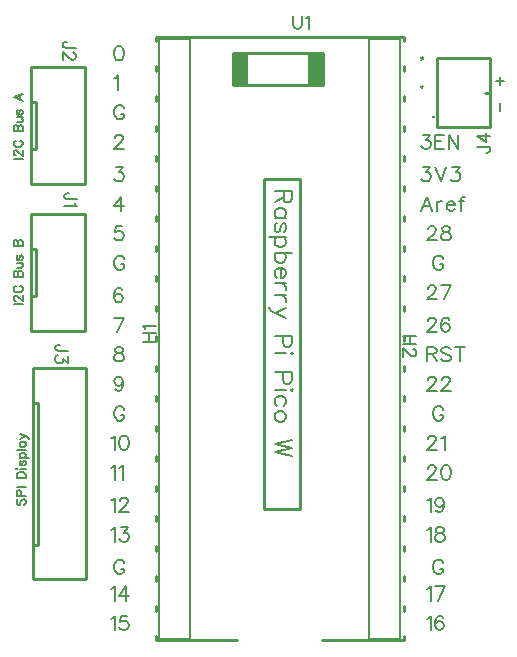
<source format=gto>
G04 Layer: TopSilkscreenLayer*
G04 EasyEDA v6.5.22, 2023-01-22 13:06:19*
G04 0c68e4b3833447f1a742fbae9dbd46bb,e6ab44e7981244f9a09eab8f9c412657,10*
G04 Gerber Generator version 0.2*
G04 Scale: 100 percent, Rotated: No, Reflected: No *
G04 Dimensions in millimeters *
G04 leading zeros omitted , absolute positions ,4 integer and 5 decimal *
%FSLAX45Y45*%
%MOMM*%

%ADD10C,0.2032*%
%ADD11C,0.1524*%
%ADD12C,0.2540*%

%LPD*%
D10*
X871728Y7912100D02*
G01*
X948181Y7912100D01*
X890015Y7939786D02*
G01*
X886205Y7939786D01*
X879094Y7943342D01*
X875284Y7946897D01*
X871728Y7954263D01*
X871728Y7968742D01*
X875284Y7976108D01*
X879094Y7979663D01*
X886205Y7983473D01*
X893571Y7983473D01*
X900937Y7979663D01*
X911860Y7972552D01*
X948181Y7935976D01*
X948181Y7987029D01*
X890015Y8065515D02*
G01*
X882650Y8061960D01*
X875284Y8054594D01*
X871728Y8047481D01*
X871728Y8032750D01*
X875284Y8025637D01*
X882650Y8018271D01*
X890015Y8014715D01*
X900937Y8010905D01*
X918971Y8010905D01*
X929894Y8014715D01*
X937260Y8018271D01*
X944626Y8025637D01*
X948181Y8032750D01*
X948181Y8047481D01*
X944626Y8054594D01*
X937260Y8061960D01*
X929894Y8065515D01*
X871728Y8145526D02*
G01*
X948181Y8145526D01*
X871728Y8145526D02*
G01*
X871728Y8178292D01*
X875284Y8189213D01*
X879094Y8192770D01*
X886205Y8196579D01*
X893571Y8196579D01*
X900937Y8192770D01*
X904494Y8189213D01*
X908050Y8178292D01*
X908050Y8145526D02*
G01*
X908050Y8178292D01*
X911860Y8189213D01*
X915415Y8192770D01*
X922781Y8196579D01*
X933704Y8196579D01*
X940815Y8192770D01*
X944626Y8189213D01*
X948181Y8178292D01*
X948181Y8145526D01*
X897128Y8220455D02*
G01*
X933704Y8220455D01*
X944626Y8224012D01*
X948181Y8231378D01*
X948181Y8242300D01*
X944626Y8249665D01*
X933704Y8260587D01*
X897128Y8260587D02*
G01*
X948181Y8260587D01*
X908050Y8324342D02*
G01*
X900937Y8320786D01*
X897128Y8309863D01*
X897128Y8298942D01*
X900937Y8288020D01*
X908050Y8284463D01*
X915415Y8288020D01*
X918971Y8295386D01*
X922781Y8313673D01*
X926337Y8320786D01*
X933704Y8324342D01*
X937260Y8324342D01*
X944626Y8320786D01*
X948181Y8309863D01*
X948181Y8298942D01*
X944626Y8288020D01*
X937260Y8284463D01*
X871728Y8433562D02*
G01*
X948181Y8404352D01*
X871728Y8433562D02*
G01*
X948181Y8462518D01*
X922781Y8415274D02*
G01*
X922781Y8451850D01*
X871728Y6680200D02*
G01*
X948181Y6680200D01*
X890015Y6707886D02*
G01*
X886205Y6707886D01*
X879094Y6711442D01*
X875284Y6714997D01*
X871728Y6722363D01*
X871728Y6736842D01*
X875284Y6744208D01*
X879094Y6747763D01*
X886205Y6751573D01*
X893571Y6751573D01*
X900937Y6747763D01*
X911860Y6740652D01*
X948181Y6704076D01*
X948181Y6755129D01*
X890015Y6833615D02*
G01*
X882650Y6830060D01*
X875284Y6822694D01*
X871728Y6815581D01*
X871728Y6800850D01*
X875284Y6793737D01*
X882650Y6786371D01*
X890015Y6782815D01*
X900937Y6779005D01*
X918971Y6779005D01*
X929894Y6782815D01*
X937260Y6786371D01*
X944626Y6793737D01*
X948181Y6800850D01*
X948181Y6815581D01*
X944626Y6822694D01*
X937260Y6830060D01*
X929894Y6833615D01*
X871728Y6913626D02*
G01*
X948181Y6913626D01*
X871728Y6913626D02*
G01*
X871728Y6946392D01*
X875284Y6957313D01*
X879094Y6960870D01*
X886205Y6964679D01*
X893571Y6964679D01*
X900937Y6960870D01*
X904494Y6957313D01*
X908050Y6946392D01*
X908050Y6913626D02*
G01*
X908050Y6946392D01*
X911860Y6957313D01*
X915415Y6960870D01*
X922781Y6964679D01*
X933704Y6964679D01*
X940815Y6960870D01*
X944626Y6957313D01*
X948181Y6946392D01*
X948181Y6913626D01*
X897128Y6988555D02*
G01*
X933704Y6988555D01*
X944626Y6992112D01*
X948181Y6999478D01*
X948181Y7010400D01*
X944626Y7017765D01*
X933704Y7028687D01*
X897128Y7028687D02*
G01*
X948181Y7028687D01*
X908050Y7092442D02*
G01*
X900937Y7088886D01*
X897128Y7077963D01*
X897128Y7067042D01*
X900937Y7056120D01*
X908050Y7052563D01*
X915415Y7056120D01*
X918971Y7063486D01*
X922781Y7081773D01*
X926337Y7088886D01*
X933704Y7092442D01*
X937260Y7092442D01*
X944626Y7088886D01*
X948181Y7077963D01*
X948181Y7067042D01*
X944626Y7056120D01*
X937260Y7052563D01*
X871728Y7172452D02*
G01*
X948181Y7172452D01*
X871728Y7172452D02*
G01*
X871728Y7205218D01*
X875284Y7216139D01*
X879094Y7219950D01*
X886205Y7223505D01*
X893571Y7223505D01*
X900937Y7219950D01*
X904494Y7216139D01*
X908050Y7205218D01*
X908050Y7172452D02*
G01*
X908050Y7205218D01*
X911860Y7216139D01*
X915415Y7219950D01*
X922781Y7223505D01*
X933704Y7223505D01*
X940815Y7219950D01*
X944626Y7216139D01*
X948181Y7205218D01*
X948181Y7172452D01*
X908050Y5029200D02*
G01*
X900684Y5022087D01*
X897128Y5011165D01*
X897128Y4996687D01*
X900684Y4985765D01*
X908050Y4978400D01*
X915415Y4978400D01*
X922528Y4981955D01*
X926337Y4985765D01*
X929894Y4992878D01*
X937260Y5014721D01*
X940815Y5022087D01*
X944371Y5025644D01*
X951737Y5029200D01*
X962660Y5029200D01*
X970026Y5022087D01*
X973581Y5011165D01*
X973581Y4996687D01*
X970026Y4985765D01*
X962660Y4978400D01*
X897128Y5053329D02*
G01*
X973581Y5053329D01*
X897128Y5053329D02*
G01*
X897128Y5086095D01*
X900684Y5097018D01*
X904494Y5100573D01*
X911605Y5104129D01*
X922528Y5104129D01*
X929894Y5100573D01*
X933450Y5097018D01*
X937260Y5086095D01*
X937260Y5053329D01*
X897128Y5128260D02*
G01*
X973581Y5128260D01*
X897128Y5208270D02*
G01*
X973581Y5208270D01*
X897128Y5208270D02*
G01*
X897128Y5233670D01*
X900684Y5244592D01*
X908050Y5251957D01*
X915415Y5255513D01*
X926337Y5259070D01*
X944371Y5259070D01*
X955294Y5255513D01*
X962660Y5251957D01*
X970026Y5244592D01*
X973581Y5233670D01*
X973581Y5208270D01*
X897128Y5283200D02*
G01*
X900684Y5286755D01*
X897128Y5290312D01*
X893571Y5286755D01*
X897128Y5283200D01*
X922528Y5286755D02*
G01*
X973581Y5286755D01*
X933450Y5354320D02*
G01*
X926337Y5350763D01*
X922528Y5339842D01*
X922528Y5328920D01*
X926337Y5317997D01*
X933450Y5314442D01*
X940815Y5317997D01*
X944371Y5325363D01*
X948181Y5343397D01*
X951737Y5350763D01*
X959104Y5354320D01*
X962660Y5354320D01*
X970026Y5350763D01*
X973581Y5339842D01*
X973581Y5328920D01*
X970026Y5317997D01*
X962660Y5314442D01*
X922528Y5378450D02*
G01*
X998981Y5378450D01*
X933450Y5378450D02*
G01*
X926337Y5385562D01*
X922528Y5392928D01*
X922528Y5403850D01*
X926337Y5411215D01*
X933450Y5418328D01*
X944371Y5422137D01*
X951737Y5422137D01*
X962660Y5418328D01*
X970026Y5411215D01*
X973581Y5403850D01*
X973581Y5392928D01*
X970026Y5385562D01*
X962660Y5378450D01*
X897128Y5446013D02*
G01*
X973581Y5446013D01*
X922528Y5513578D02*
G01*
X973581Y5513578D01*
X933450Y5513578D02*
G01*
X926337Y5506465D01*
X922528Y5499100D01*
X922528Y5488178D01*
X926337Y5481065D01*
X933450Y5473700D01*
X944371Y5470144D01*
X951737Y5470144D01*
X962660Y5473700D01*
X970026Y5481065D01*
X973581Y5488178D01*
X973581Y5499100D01*
X970026Y5506465D01*
X962660Y5513578D01*
X922528Y5541263D02*
G01*
X973581Y5563107D01*
X922528Y5584952D02*
G01*
X973581Y5563107D01*
X988060Y5555742D01*
X995426Y5548629D01*
X998981Y5541263D01*
X998981Y5537707D01*
X4959350Y8567165D02*
G01*
X5024881Y8567165D01*
X4992115Y8534400D02*
G01*
X4992115Y8599931D01*
X4992115Y8318500D02*
G01*
X4992115Y8384031D01*
D11*
X4799584Y8014970D02*
G01*
X4882641Y8014970D01*
X4898390Y8009636D01*
X4903470Y8004555D01*
X4908550Y7994142D01*
X4908550Y7983728D01*
X4903470Y7973313D01*
X4898390Y7967979D01*
X4882641Y7962900D01*
X4872227Y7962900D01*
X4799584Y8101076D02*
G01*
X4872227Y8049260D01*
X4872227Y8126984D01*
X4799584Y8101076D02*
G01*
X4908550Y8101076D01*
X1967484Y6362700D02*
G01*
X2076450Y6362700D01*
X1967484Y6435344D02*
G01*
X2076450Y6435344D01*
X2019300Y6362700D02*
G01*
X2019300Y6435344D01*
X1988311Y6469634D02*
G01*
X1982977Y6480047D01*
X1967484Y6495795D01*
X2076450Y6495795D01*
X4280915Y6413500D02*
G01*
X4171950Y6413500D01*
X4280915Y6340855D02*
G01*
X4171950Y6340855D01*
X4229100Y6413500D02*
G01*
X4229100Y6340855D01*
X4255008Y6301231D02*
G01*
X4260088Y6301231D01*
X4270502Y6296152D01*
X4275836Y6290818D01*
X4280915Y6280404D01*
X4280915Y6259829D01*
X4275836Y6249415D01*
X4270502Y6244081D01*
X4260088Y6239002D01*
X4249674Y6239002D01*
X4239259Y6244081D01*
X4223765Y6254495D01*
X4171950Y6306565D01*
X4171950Y6233668D01*
X1410715Y7567929D02*
G01*
X1327657Y7567929D01*
X1311910Y7573263D01*
X1306829Y7578344D01*
X1301750Y7588758D01*
X1301750Y7599171D01*
X1306829Y7609586D01*
X1311910Y7614920D01*
X1327657Y7620000D01*
X1338071Y7620000D01*
X1389887Y7533639D02*
G01*
X1395221Y7523479D01*
X1410715Y7507731D01*
X1301750Y7507731D01*
X1398015Y8850629D02*
G01*
X1314957Y8850629D01*
X1299210Y8855963D01*
X1294129Y8861044D01*
X1289050Y8871458D01*
X1289050Y8881871D01*
X1294129Y8892286D01*
X1299210Y8897620D01*
X1314957Y8902700D01*
X1325371Y8902700D01*
X1372107Y8811260D02*
G01*
X1377187Y8811260D01*
X1387602Y8806179D01*
X1392936Y8800845D01*
X1398015Y8790431D01*
X1398015Y8769604D01*
X1392936Y8759189D01*
X1387602Y8754110D01*
X1377187Y8749029D01*
X1366773Y8749029D01*
X1356360Y8754110D01*
X1340865Y8764524D01*
X1289050Y8816339D01*
X1289050Y8743695D01*
X1334515Y6285229D02*
G01*
X1251457Y6285229D01*
X1235710Y6290563D01*
X1230629Y6295644D01*
X1225550Y6306057D01*
X1225550Y6316471D01*
X1230629Y6326886D01*
X1235710Y6332220D01*
X1251457Y6337300D01*
X1261871Y6337300D01*
X1334515Y6240779D02*
G01*
X1334515Y6183629D01*
X1292860Y6214618D01*
X1292860Y6199123D01*
X1287779Y6188710D01*
X1282700Y6183629D01*
X1266952Y6178295D01*
X1256537Y6178295D01*
X1241044Y6183629D01*
X1230629Y6193789D01*
X1225550Y6209537D01*
X1225550Y6225031D01*
X1230629Y6240779D01*
X1235710Y6245860D01*
X1246123Y6250939D01*
X3238500Y9119615D02*
G01*
X3238500Y9041637D01*
X3243579Y9026144D01*
X3253993Y9015729D01*
X3269741Y9010650D01*
X3280156Y9010650D01*
X3295650Y9015729D01*
X3306063Y9026144D01*
X3311143Y9041637D01*
X3311143Y9119615D01*
X3345434Y9098787D02*
G01*
X3355847Y9104121D01*
X3371595Y9119615D01*
X3371595Y9010650D01*
X1810677Y8337384D02*
G01*
X1805089Y8348814D01*
X1793405Y8360498D01*
X1781975Y8366340D01*
X1758861Y8366340D01*
X1747177Y8360498D01*
X1735747Y8348814D01*
X1729905Y8337384D01*
X1724317Y8320112D01*
X1724317Y8291156D01*
X1729905Y8273884D01*
X1735747Y8262454D01*
X1747177Y8250770D01*
X1758861Y8244928D01*
X1781975Y8244928D01*
X1793405Y8250770D01*
X1805089Y8262454D01*
X1810677Y8273884D01*
X1810677Y8291156D01*
X1781975Y8291156D02*
G01*
X1810677Y8291156D01*
X1810677Y7062383D02*
G01*
X1805089Y7073813D01*
X1793405Y7085497D01*
X1781975Y7091339D01*
X1758861Y7091339D01*
X1747177Y7085497D01*
X1735747Y7073813D01*
X1729905Y7062383D01*
X1724317Y7045111D01*
X1724317Y7016155D01*
X1729905Y6998883D01*
X1735747Y6987453D01*
X1747177Y6975769D01*
X1758861Y6969927D01*
X1781975Y6969927D01*
X1793405Y6975769D01*
X1805089Y6987453D01*
X1810677Y6998883D01*
X1810677Y7016155D01*
X1781975Y7016155D02*
G01*
X1810677Y7016155D01*
X4430013Y8273795D02*
G01*
X4424172Y8268208D01*
X4430013Y8262365D01*
X4435856Y8268208D01*
X4430013Y8273795D01*
X4510676Y7062383D02*
G01*
X4505088Y7073813D01*
X4493404Y7085497D01*
X4481974Y7091339D01*
X4458860Y7091339D01*
X4447176Y7085497D01*
X4435746Y7073813D01*
X4429904Y7062383D01*
X4424316Y7045111D01*
X4424316Y7016155D01*
X4429904Y6998883D01*
X4435746Y6987453D01*
X4447176Y6975769D01*
X4458860Y6969927D01*
X4481974Y6969927D01*
X4493404Y6975769D01*
X4505088Y6987453D01*
X4510676Y6998883D01*
X4510676Y7016155D01*
X4481974Y7016155D02*
G01*
X4510676Y7016155D01*
X1810677Y4487382D02*
G01*
X1805089Y4498812D01*
X1793405Y4510496D01*
X1781975Y4516338D01*
X1758861Y4516338D01*
X1747177Y4510496D01*
X1735747Y4498812D01*
X1729905Y4487382D01*
X1724317Y4470110D01*
X1724317Y4441154D01*
X1729905Y4423882D01*
X1735747Y4412452D01*
X1747177Y4400768D01*
X1758861Y4394926D01*
X1781975Y4394926D01*
X1793405Y4400768D01*
X1805089Y4412452D01*
X1810677Y4423882D01*
X1810677Y4441154D01*
X1781975Y4441154D02*
G01*
X1810677Y4441154D01*
X4510676Y4487382D02*
G01*
X4505088Y4498812D01*
X4493404Y4510496D01*
X4481974Y4516338D01*
X4458860Y4516338D01*
X4447176Y4510496D01*
X4435746Y4498812D01*
X4429904Y4487382D01*
X4424316Y4470110D01*
X4424316Y4441154D01*
X4429904Y4423882D01*
X4435746Y4412452D01*
X4447176Y4400768D01*
X4458860Y4394926D01*
X4481974Y4394926D01*
X4493404Y4400768D01*
X4505088Y4412452D01*
X4510676Y4423882D01*
X4510676Y4441154D01*
X4481974Y4441154D02*
G01*
X4510676Y4441154D01*
X4510676Y5787382D02*
G01*
X4505088Y5798812D01*
X4493404Y5810496D01*
X4481974Y5816338D01*
X4458860Y5816338D01*
X4447176Y5810496D01*
X4435746Y5798812D01*
X4429904Y5787382D01*
X4424316Y5770110D01*
X4424316Y5741154D01*
X4429904Y5723882D01*
X4435746Y5712452D01*
X4447176Y5700768D01*
X4458860Y5694926D01*
X4481974Y5694926D01*
X4493404Y5700768D01*
X4505088Y5712452D01*
X4510676Y5723882D01*
X4510676Y5741154D01*
X4481974Y5741154D02*
G01*
X4510676Y5741154D01*
X1810677Y5787382D02*
G01*
X1805089Y5798812D01*
X1793405Y5810496D01*
X1781975Y5816338D01*
X1758861Y5816338D01*
X1747177Y5810496D01*
X1735747Y5798812D01*
X1729905Y5787382D01*
X1724317Y5770110D01*
X1724317Y5741154D01*
X1729905Y5723882D01*
X1735747Y5712452D01*
X1747177Y5700768D01*
X1758861Y5694926D01*
X1781975Y5694926D01*
X1793405Y5700768D01*
X1805089Y5712452D01*
X1810677Y5723882D01*
X1810677Y5741154D01*
X1781975Y5741154D02*
G01*
X1810677Y5741154D01*
X1758721Y8866276D02*
G01*
X1741449Y8860434D01*
X1730019Y8843162D01*
X1724177Y8814206D01*
X1724177Y8796934D01*
X1730019Y8768232D01*
X1741449Y8750706D01*
X1758721Y8745118D01*
X1770405Y8745118D01*
X1787677Y8750706D01*
X1799361Y8768232D01*
X1804949Y8796934D01*
X1804949Y8814206D01*
X1799361Y8843162D01*
X1787677Y8860434D01*
X1770405Y8866276D01*
X1758721Y8866276D01*
X1724177Y8593162D02*
G01*
X1735861Y8599004D01*
X1753133Y8616276D01*
X1753133Y8495118D01*
X1730019Y8087382D02*
G01*
X1730019Y8093224D01*
X1735861Y8104654D01*
X1741449Y8110496D01*
X1753133Y8116338D01*
X1776247Y8116338D01*
X1787677Y8110496D01*
X1793519Y8104654D01*
X1799361Y8093224D01*
X1799361Y8081540D01*
X1793519Y8070110D01*
X1781835Y8052838D01*
X1724177Y7994926D01*
X1804949Y7994926D01*
X1735861Y7841216D02*
G01*
X1799361Y7841216D01*
X1764563Y7794988D01*
X1781835Y7794988D01*
X1793519Y7789400D01*
X1799361Y7783558D01*
X1804949Y7766286D01*
X1804949Y7754602D01*
X1799361Y7737330D01*
X1787677Y7725900D01*
X1770405Y7720058D01*
X1753133Y7720058D01*
X1735861Y7725900D01*
X1730019Y7731488D01*
X1724177Y7743172D01*
X1781835Y7591130D02*
G01*
X1724177Y7510358D01*
X1810791Y7510358D01*
X1781835Y7591130D02*
G01*
X1781835Y7469972D01*
X1793519Y7341201D02*
G01*
X1735861Y7341201D01*
X1730019Y7289385D01*
X1735861Y7294973D01*
X1753133Y7300815D01*
X1770405Y7300815D01*
X1787677Y7294973D01*
X1799361Y7283543D01*
X1804949Y7266271D01*
X1804949Y7254587D01*
X1799361Y7237315D01*
X1787677Y7225885D01*
X1770405Y7220043D01*
X1753133Y7220043D01*
X1735861Y7225885D01*
X1730019Y7231473D01*
X1724177Y7243157D01*
X1793519Y6798988D02*
G01*
X1787677Y6810418D01*
X1770405Y6816260D01*
X1758721Y6816260D01*
X1741449Y6810418D01*
X1730019Y6793146D01*
X1724177Y6764190D01*
X1724177Y6735488D01*
X1730019Y6712374D01*
X1741449Y6700690D01*
X1758721Y6695102D01*
X1764563Y6695102D01*
X1781835Y6700690D01*
X1793519Y6712374D01*
X1799361Y6729646D01*
X1799361Y6735488D01*
X1793519Y6752760D01*
X1781835Y6764190D01*
X1764563Y6770032D01*
X1758721Y6770032D01*
X1741449Y6764190D01*
X1730019Y6752760D01*
X1724177Y6735488D01*
X1804949Y6566324D02*
G01*
X1747291Y6444912D01*
X1724177Y6566324D02*
G01*
X1804949Y6566324D01*
X1753085Y6316192D02*
G01*
X1735813Y6310350D01*
X1729971Y6298920D01*
X1729971Y6287490D01*
X1735813Y6275806D01*
X1747243Y6269964D01*
X1770357Y6264376D01*
X1787629Y6258534D01*
X1799313Y6246850D01*
X1804901Y6235420D01*
X1804901Y6218148D01*
X1799313Y6206464D01*
X1793471Y6200876D01*
X1776199Y6195034D01*
X1753085Y6195034D01*
X1735813Y6200876D01*
X1729971Y6206464D01*
X1724129Y6218148D01*
X1724129Y6235420D01*
X1729971Y6246850D01*
X1741401Y6258534D01*
X1758927Y6264376D01*
X1782041Y6269964D01*
X1793471Y6275806D01*
X1799313Y6287490D01*
X1799313Y6298920D01*
X1793471Y6310350D01*
X1776199Y6316192D01*
X1753085Y6316192D01*
X1799361Y6025730D02*
G01*
X1793519Y6008458D01*
X1781835Y5997028D01*
X1764563Y5991186D01*
X1758721Y5991186D01*
X1741449Y5997028D01*
X1730019Y6008458D01*
X1724177Y6025730D01*
X1724177Y6031572D01*
X1730019Y6048844D01*
X1741449Y6060528D01*
X1758721Y6066370D01*
X1764563Y6066370D01*
X1781835Y6060528D01*
X1793519Y6048844D01*
X1799361Y6025730D01*
X1799361Y5997028D01*
X1793519Y5968072D01*
X1781835Y5950800D01*
X1764563Y5944958D01*
X1753133Y5944958D01*
X1735861Y5950800D01*
X1730019Y5962230D01*
X1699176Y5543064D02*
G01*
X1710860Y5548906D01*
X1728132Y5566178D01*
X1728132Y5445020D01*
X1800776Y5566178D02*
G01*
X1783504Y5560590D01*
X1771820Y5543064D01*
X1766232Y5514362D01*
X1766232Y5497090D01*
X1771820Y5468134D01*
X1783504Y5450862D01*
X1800776Y5445020D01*
X1812460Y5445020D01*
X1829732Y5450862D01*
X1841162Y5468134D01*
X1847004Y5497090D01*
X1847004Y5514362D01*
X1841162Y5543064D01*
X1829732Y5560590D01*
X1812460Y5566178D01*
X1800776Y5566178D01*
X1699285Y5293194D02*
G01*
X1710715Y5299036D01*
X1727987Y5316308D01*
X1727987Y5194896D01*
X1766087Y5293194D02*
G01*
X1777771Y5299036D01*
X1795043Y5316308D01*
X1795043Y5194896D01*
X1699285Y5018257D02*
G01*
X1710715Y5023845D01*
X1727987Y5041371D01*
X1727987Y4919959D01*
X1771929Y5012415D02*
G01*
X1771929Y5018257D01*
X1777771Y5029687D01*
X1783359Y5035529D01*
X1795043Y5041371D01*
X1818157Y5041371D01*
X1829587Y5035529D01*
X1835429Y5029687D01*
X1841271Y5018257D01*
X1841271Y5006573D01*
X1835429Y4995143D01*
X1823999Y4977871D01*
X1766087Y4919959D01*
X1846859Y4919959D01*
X1699285Y4768176D02*
G01*
X1710715Y4774018D01*
X1727987Y4791290D01*
X1727987Y4670132D01*
X1777771Y4791290D02*
G01*
X1841271Y4791290D01*
X1806473Y4745062D01*
X1823999Y4745062D01*
X1835429Y4739220D01*
X1841271Y4733632D01*
X1846859Y4716106D01*
X1846859Y4704676D01*
X1841271Y4687404D01*
X1829587Y4675720D01*
X1812315Y4670132D01*
X1795043Y4670132D01*
X1777771Y4675720D01*
X1771929Y4681562D01*
X1766087Y4692992D01*
X1699285Y4268241D02*
G01*
X1710715Y4273829D01*
X1727987Y4291355D01*
X1727987Y4169943D01*
X1823999Y4291355D02*
G01*
X1766087Y4210329D01*
X1852701Y4210329D01*
X1823999Y4291355D02*
G01*
X1823999Y4169943D01*
X1699285Y4018114D02*
G01*
X1710715Y4023956D01*
X1727987Y4041228D01*
X1727987Y3920070D01*
X1835429Y4041228D02*
G01*
X1777771Y4041228D01*
X1771929Y3989412D01*
X1777771Y3995000D01*
X1795043Y4000842D01*
X1812315Y4000842D01*
X1829587Y3995000D01*
X1841271Y3983570D01*
X1846859Y3966298D01*
X1846859Y3954614D01*
X1841271Y3937342D01*
X1829587Y3925912D01*
X1812315Y3920070D01*
X1795043Y3920070D01*
X1777771Y3925912D01*
X1771929Y3931500D01*
X1766087Y3943184D01*
X4374286Y4018178D02*
G01*
X4385716Y4024020D01*
X4402988Y4041292D01*
X4402988Y3920134D01*
X4510430Y4024020D02*
G01*
X4504588Y4035450D01*
X4487316Y4041292D01*
X4475886Y4041292D01*
X4458360Y4035450D01*
X4446930Y4018178D01*
X4441088Y3989222D01*
X4441088Y3960520D01*
X4446930Y3937406D01*
X4458360Y3925722D01*
X4475886Y3920134D01*
X4481474Y3920134D01*
X4499000Y3925722D01*
X4510430Y3937406D01*
X4516272Y3954678D01*
X4516272Y3960520D01*
X4510430Y3977792D01*
X4499000Y3989222D01*
X4481474Y3995064D01*
X4475886Y3995064D01*
X4458360Y3989222D01*
X4446930Y3977792D01*
X4441088Y3960520D01*
X4374159Y4268177D02*
G01*
X4385843Y4274019D01*
X4403115Y4291291D01*
X4403115Y4170133D01*
X4521987Y4291291D02*
G01*
X4464329Y4170133D01*
X4441215Y4291291D02*
G01*
X4521987Y4291291D01*
X4374159Y4768113D02*
G01*
X4385843Y4773955D01*
X4403115Y4791227D01*
X4403115Y4670069D01*
X4469917Y4791227D02*
G01*
X4452645Y4785385D01*
X4446803Y4773955D01*
X4446803Y4762271D01*
X4452645Y4750841D01*
X4464329Y4744999D01*
X4487443Y4739411D01*
X4504715Y4733569D01*
X4516145Y4721885D01*
X4521987Y4710455D01*
X4521987Y4693183D01*
X4516145Y4681499D01*
X4510303Y4675911D01*
X4493031Y4670069D01*
X4469917Y4670069D01*
X4452645Y4675911D01*
X4446803Y4681499D01*
X4441215Y4693183D01*
X4441215Y4710455D01*
X4446803Y4721885D01*
X4458487Y4733569D01*
X4475759Y4739411D01*
X4498873Y4744999D01*
X4510303Y4750841D01*
X4516145Y4762271D01*
X4516145Y4773955D01*
X4510303Y4785385D01*
X4493031Y4791227D01*
X4469917Y4791227D01*
X4374159Y5018239D02*
G01*
X4385843Y5023827D01*
X4403115Y5041353D01*
X4403115Y4919941D01*
X4516145Y5000713D02*
G01*
X4510303Y4983441D01*
X4498873Y4972011D01*
X4481601Y4966169D01*
X4475759Y4966169D01*
X4458487Y4972011D01*
X4446803Y4983441D01*
X4441215Y5000713D01*
X4441215Y5006555D01*
X4446803Y5023827D01*
X4458487Y5035511D01*
X4475759Y5041353D01*
X4481601Y5041353D01*
X4498873Y5035511D01*
X4510303Y5023827D01*
X4516145Y5000713D01*
X4516145Y4972011D01*
X4510303Y4943055D01*
X4498873Y4925783D01*
X4481601Y4919941D01*
X4469917Y4919941D01*
X4452645Y4925783D01*
X4446803Y4937213D01*
X4380001Y5287335D02*
G01*
X4380001Y5293177D01*
X4385843Y5304607D01*
X4391431Y5310449D01*
X4403115Y5316291D01*
X4426229Y5316291D01*
X4437659Y5310449D01*
X4443501Y5304607D01*
X4449343Y5293177D01*
X4449343Y5281493D01*
X4443501Y5270063D01*
X4431817Y5252791D01*
X4374159Y5195133D01*
X4454931Y5195133D01*
X4527829Y5316291D02*
G01*
X4510303Y5310449D01*
X4498873Y5293177D01*
X4493031Y5264221D01*
X4493031Y5246949D01*
X4498873Y5217993D01*
X4510303Y5200721D01*
X4527829Y5195133D01*
X4539259Y5195133D01*
X4556531Y5200721D01*
X4568215Y5217993D01*
X4573803Y5246949D01*
X4573803Y5264221D01*
X4568215Y5293177D01*
X4556531Y5310449D01*
X4539259Y5316291D01*
X4527829Y5316291D01*
X4380001Y5537415D02*
G01*
X4380001Y5543257D01*
X4385843Y5554687D01*
X4391431Y5560529D01*
X4403115Y5566371D01*
X4426229Y5566371D01*
X4437659Y5560529D01*
X4443501Y5554687D01*
X4449343Y5543257D01*
X4449343Y5531573D01*
X4443501Y5520143D01*
X4431817Y5502871D01*
X4374159Y5444959D01*
X4454931Y5444959D01*
X4493031Y5543257D02*
G01*
X4504715Y5548845D01*
X4521987Y5566371D01*
X4521987Y5444959D01*
X4380001Y6037353D02*
G01*
X4380001Y6043195D01*
X4385843Y6054625D01*
X4391431Y6060467D01*
X4403115Y6066309D01*
X4426229Y6066309D01*
X4437659Y6060467D01*
X4443501Y6054625D01*
X4449343Y6043195D01*
X4449343Y6031511D01*
X4443501Y6020081D01*
X4431817Y6002809D01*
X4374159Y5944897D01*
X4454931Y5944897D01*
X4498873Y6037353D02*
G01*
X4498873Y6043195D01*
X4504715Y6054625D01*
X4510303Y6060467D01*
X4521987Y6066309D01*
X4545101Y6066309D01*
X4556531Y6060467D01*
X4562373Y6054625D01*
X4568215Y6043195D01*
X4568215Y6031511D01*
X4562373Y6020081D01*
X4550943Y6002809D01*
X4493031Y5944897D01*
X4573803Y5944897D01*
X4374159Y6316370D02*
G01*
X4374159Y6194958D01*
X4374159Y6316370D02*
G01*
X4426229Y6316370D01*
X4443501Y6310528D01*
X4449343Y6304686D01*
X4454931Y6293256D01*
X4454931Y6281572D01*
X4449343Y6270142D01*
X4443501Y6264300D01*
X4426229Y6258458D01*
X4374159Y6258458D01*
X4414545Y6258458D02*
G01*
X4454931Y6194958D01*
X4573803Y6298844D02*
G01*
X4562373Y6310528D01*
X4545101Y6316370D01*
X4521987Y6316370D01*
X4504715Y6310528D01*
X4493031Y6298844D01*
X4493031Y6287414D01*
X4498873Y6275730D01*
X4504715Y6270142D01*
X4516145Y6264300D01*
X4550943Y6252870D01*
X4562373Y6247028D01*
X4568215Y6241186D01*
X4573803Y6229756D01*
X4573803Y6212230D01*
X4562373Y6200800D01*
X4545101Y6194958D01*
X4521987Y6194958D01*
X4504715Y6200800D01*
X4493031Y6212230D01*
X4652543Y6316370D02*
G01*
X4652543Y6194958D01*
X4611903Y6316370D02*
G01*
X4692929Y6316370D01*
X4380001Y6537413D02*
G01*
X4380001Y6543255D01*
X4385843Y6554685D01*
X4391431Y6560527D01*
X4403115Y6566369D01*
X4426229Y6566369D01*
X4437659Y6560527D01*
X4443501Y6554685D01*
X4449343Y6543255D01*
X4449343Y6531571D01*
X4443501Y6520141D01*
X4431817Y6502869D01*
X4374159Y6444957D01*
X4454931Y6444957D01*
X4562373Y6548843D02*
G01*
X4556531Y6560527D01*
X4539259Y6566369D01*
X4527829Y6566369D01*
X4510303Y6560527D01*
X4498873Y6543255D01*
X4493031Y6514299D01*
X4493031Y6485343D01*
X4498873Y6462229D01*
X4510303Y6450799D01*
X4527829Y6444957D01*
X4533417Y6444957D01*
X4550943Y6450799D01*
X4562373Y6462229D01*
X4568215Y6479755D01*
X4568215Y6485343D01*
X4562373Y6502869D01*
X4550943Y6514299D01*
X4533417Y6520141D01*
X4527829Y6520141D01*
X4510303Y6514299D01*
X4498873Y6502869D01*
X4493031Y6485343D01*
X4380001Y6812351D02*
G01*
X4380001Y6818193D01*
X4385843Y6829623D01*
X4391431Y6835465D01*
X4403115Y6841307D01*
X4426229Y6841307D01*
X4437659Y6835465D01*
X4443501Y6829623D01*
X4449343Y6818193D01*
X4449343Y6806509D01*
X4443501Y6795079D01*
X4431817Y6777807D01*
X4374159Y6719895D01*
X4454931Y6719895D01*
X4573803Y6841307D02*
G01*
X4516145Y6719895D01*
X4493031Y6841307D02*
G01*
X4573803Y6841307D01*
X4380001Y7312367D02*
G01*
X4380001Y7318209D01*
X4385843Y7329639D01*
X4391431Y7335481D01*
X4403115Y7341323D01*
X4426229Y7341323D01*
X4437659Y7335481D01*
X4443501Y7329639D01*
X4449343Y7318209D01*
X4449343Y7306525D01*
X4443501Y7295095D01*
X4431817Y7277823D01*
X4374159Y7219911D01*
X4454931Y7219911D01*
X4521987Y7341323D02*
G01*
X4504715Y7335481D01*
X4498873Y7324051D01*
X4498873Y7312367D01*
X4504715Y7300937D01*
X4516145Y7295095D01*
X4539259Y7289253D01*
X4556531Y7283411D01*
X4568215Y7271981D01*
X4573803Y7260551D01*
X4573803Y7243025D01*
X4568215Y7231595D01*
X4562373Y7225753D01*
X4545101Y7219911D01*
X4521987Y7219911D01*
X4504715Y7225753D01*
X4498873Y7231595D01*
X4493031Y7243025D01*
X4493031Y7260551D01*
X4498873Y7271981D01*
X4510303Y7283411D01*
X4527829Y7289253D01*
X4550943Y7295095D01*
X4562373Y7300937D01*
X4568215Y7312367D01*
X4568215Y7324051D01*
X4562373Y7335481D01*
X4545101Y7341323D01*
X4521987Y7341323D01*
X4370387Y7591259D02*
G01*
X4324159Y7470101D01*
X4370387Y7591259D02*
G01*
X4416615Y7470101D01*
X4341431Y7510487D02*
G01*
X4399343Y7510487D01*
X4454715Y7550873D02*
G01*
X4454715Y7470101D01*
X4454715Y7516075D02*
G01*
X4460303Y7533601D01*
X4471987Y7545031D01*
X4483417Y7550873D01*
X4500943Y7550873D01*
X4539043Y7516075D02*
G01*
X4608131Y7516075D01*
X4608131Y7527759D01*
X4602543Y7539189D01*
X4596701Y7545031D01*
X4585017Y7550873D01*
X4567745Y7550873D01*
X4556315Y7545031D01*
X4544631Y7533601D01*
X4539043Y7516075D01*
X4539043Y7504645D01*
X4544631Y7487373D01*
X4556315Y7475689D01*
X4567745Y7470101D01*
X4585017Y7470101D01*
X4596701Y7475689D01*
X4608131Y7487373D01*
X4692459Y7591259D02*
G01*
X4681029Y7591259D01*
X4669345Y7585417D01*
X4663503Y7568145D01*
X4663503Y7470101D01*
X4646231Y7550873D02*
G01*
X4686617Y7550873D01*
X4335805Y7841198D02*
G01*
X4399305Y7841198D01*
X4364507Y7794970D01*
X4382033Y7794970D01*
X4393463Y7789382D01*
X4399305Y7783540D01*
X4404893Y7766268D01*
X4404893Y7754584D01*
X4399305Y7737312D01*
X4387621Y7725882D01*
X4370349Y7720040D01*
X4353077Y7720040D01*
X4335805Y7725882D01*
X4329963Y7731470D01*
X4324121Y7743154D01*
X4442993Y7841198D02*
G01*
X4489221Y7720040D01*
X4535449Y7841198D02*
G01*
X4489221Y7720040D01*
X4585233Y7841198D02*
G01*
X4648733Y7841198D01*
X4613935Y7794970D01*
X4631207Y7794970D01*
X4642891Y7789382D01*
X4648733Y7783540D01*
X4654321Y7766268D01*
X4654321Y7754584D01*
X4648733Y7737312D01*
X4637049Y7725882D01*
X4619777Y7720040D01*
X4602505Y7720040D01*
X4585233Y7725882D01*
X4579391Y7731470D01*
X4573549Y7743154D01*
X4335805Y8116130D02*
G01*
X4399305Y8116130D01*
X4364507Y8070156D01*
X4382033Y8070156D01*
X4393463Y8064314D01*
X4399305Y8058472D01*
X4404893Y8041200D01*
X4404893Y8029770D01*
X4399305Y8012244D01*
X4387621Y8000814D01*
X4370349Y7994972D01*
X4353077Y7994972D01*
X4335805Y8000814D01*
X4329963Y8006656D01*
X4324121Y8018086D01*
X4442993Y8116130D02*
G01*
X4442993Y7994972D01*
X4442993Y8116130D02*
G01*
X4518177Y8116130D01*
X4442993Y8058472D02*
G01*
X4489221Y8058472D01*
X4442993Y7994972D02*
G01*
X4518177Y7994972D01*
X4556277Y8116130D02*
G01*
X4556277Y7994972D01*
X4556277Y8116130D02*
G01*
X4637049Y7994972D01*
X4637049Y8116130D02*
G01*
X4637049Y7994972D01*
X4329938Y8523986D02*
G01*
X4324095Y8518144D01*
X4329938Y8512302D01*
X4335779Y8518144D01*
X4329938Y8523986D01*
X4335779Y8768079D02*
G01*
X4329938Y8762237D01*
X4324095Y8768079D01*
X4329938Y8773921D01*
X4335779Y8768079D01*
X4335779Y8756650D01*
X4324095Y8744965D01*
D10*
X3228060Y7638110D02*
G01*
X3082518Y7638110D01*
X3228060Y7638110D02*
G01*
X3228060Y7575626D01*
X3220948Y7555052D01*
X3214090Y7547940D01*
X3200374Y7541082D01*
X3186404Y7541082D01*
X3172434Y7547940D01*
X3165576Y7555052D01*
X3158718Y7575626D01*
X3158718Y7638110D01*
X3158718Y7589596D02*
G01*
X3082518Y7541082D01*
X3179546Y7412304D02*
G01*
X3082518Y7412304D01*
X3158718Y7412304D02*
G01*
X3172434Y7426020D01*
X3179546Y7439990D01*
X3179546Y7460818D01*
X3172434Y7474534D01*
X3158718Y7488504D01*
X3137890Y7495362D01*
X3124174Y7495362D01*
X3103346Y7488504D01*
X3089376Y7474534D01*
X3082518Y7460818D01*
X3082518Y7439990D01*
X3089376Y7426020D01*
X3103346Y7412304D01*
X3158718Y7290384D02*
G01*
X3172434Y7297242D01*
X3179546Y7318070D01*
X3179546Y7338898D01*
X3172434Y7359726D01*
X3158718Y7366584D01*
X3144748Y7359726D01*
X3137890Y7345756D01*
X3131032Y7311212D01*
X3124174Y7297242D01*
X3110204Y7290384D01*
X3103346Y7290384D01*
X3089376Y7297242D01*
X3082518Y7318070D01*
X3082518Y7338898D01*
X3089376Y7359726D01*
X3103346Y7366584D01*
X3179546Y7244664D02*
G01*
X3034004Y7244664D01*
X3158718Y7244664D02*
G01*
X3172434Y7230694D01*
X3179546Y7216978D01*
X3179546Y7196150D01*
X3172434Y7182180D01*
X3158718Y7168464D01*
X3137890Y7161606D01*
X3124174Y7161606D01*
X3103346Y7168464D01*
X3089376Y7182180D01*
X3082518Y7196150D01*
X3082518Y7216978D01*
X3089376Y7230694D01*
X3103346Y7244664D01*
X3228060Y7115886D02*
G01*
X3082518Y7115886D01*
X3158718Y7115886D02*
G01*
X3172434Y7101916D01*
X3179546Y7087946D01*
X3179546Y7067372D01*
X3172434Y7053402D01*
X3158718Y7039686D01*
X3137890Y7032574D01*
X3124174Y7032574D01*
X3103346Y7039686D01*
X3089376Y7053402D01*
X3082518Y7067372D01*
X3082518Y7087946D01*
X3089376Y7101916D01*
X3103346Y7115886D01*
X3137890Y6986854D02*
G01*
X3137890Y6903796D01*
X3151860Y6903796D01*
X3165576Y6910654D01*
X3172434Y6917766D01*
X3179546Y6931482D01*
X3179546Y6952310D01*
X3172434Y6966026D01*
X3158718Y6979996D01*
X3137890Y6986854D01*
X3124174Y6986854D01*
X3103346Y6979996D01*
X3089376Y6966026D01*
X3082518Y6952310D01*
X3082518Y6931482D01*
X3089376Y6917766D01*
X3103346Y6903796D01*
X3179546Y6858076D02*
G01*
X3082518Y6858076D01*
X3137890Y6858076D02*
G01*
X3158718Y6851218D01*
X3172434Y6837248D01*
X3179546Y6823532D01*
X3179546Y6802704D01*
X3179546Y6756984D02*
G01*
X3082518Y6756984D01*
X3137890Y6756984D02*
G01*
X3158718Y6750126D01*
X3172434Y6736156D01*
X3179546Y6722186D01*
X3179546Y6701612D01*
X3179546Y6648780D02*
G01*
X3082518Y6607378D01*
X3179546Y6565722D02*
G01*
X3082518Y6607378D01*
X3054832Y6621094D01*
X3040862Y6635064D01*
X3034004Y6648780D01*
X3034004Y6655892D01*
X3228060Y6413322D02*
G01*
X3082518Y6413322D01*
X3228060Y6413322D02*
G01*
X3228060Y6351092D01*
X3220948Y6330264D01*
X3214090Y6323406D01*
X3200374Y6316294D01*
X3179546Y6316294D01*
X3165576Y6323406D01*
X3158718Y6330264D01*
X3151860Y6351092D01*
X3151860Y6413322D01*
X3228060Y6270574D02*
G01*
X3220948Y6263716D01*
X3228060Y6256858D01*
X3234918Y6263716D01*
X3228060Y6270574D01*
X3179546Y6263716D02*
G01*
X3082518Y6263716D01*
X3228060Y6104458D02*
G01*
X3082518Y6104458D01*
X3228060Y6104458D02*
G01*
X3228060Y6041974D01*
X3220948Y6021146D01*
X3214090Y6014288D01*
X3200374Y6007430D01*
X3179546Y6007430D01*
X3165576Y6014288D01*
X3158718Y6021146D01*
X3151860Y6041974D01*
X3151860Y6104458D01*
X3228060Y5961710D02*
G01*
X3220948Y5954852D01*
X3228060Y5947740D01*
X3234918Y5954852D01*
X3228060Y5961710D01*
X3179546Y5954852D02*
G01*
X3082518Y5954852D01*
X3158718Y5818962D02*
G01*
X3172434Y5832932D01*
X3179546Y5846648D01*
X3179546Y5867476D01*
X3172434Y5881446D01*
X3158718Y5895162D01*
X3137890Y5902020D01*
X3124174Y5902020D01*
X3103346Y5895162D01*
X3089376Y5881446D01*
X3082518Y5867476D01*
X3082518Y5846648D01*
X3089376Y5832932D01*
X3103346Y5818962D01*
X3179546Y5738698D02*
G01*
X3172434Y5752414D01*
X3158718Y5766384D01*
X3137890Y5773242D01*
X3124174Y5773242D01*
X3103346Y5766384D01*
X3089376Y5752414D01*
X3082518Y5738698D01*
X3082518Y5717870D01*
X3089376Y5703900D01*
X3103346Y5690184D01*
X3124174Y5683326D01*
X3137890Y5683326D01*
X3158718Y5690184D01*
X3172434Y5703900D01*
X3179546Y5717870D01*
X3179546Y5738698D01*
X3228060Y5530926D02*
G01*
X3082518Y5496128D01*
X3228060Y5461584D02*
G01*
X3082518Y5496128D01*
X3228060Y5461584D02*
G01*
X3082518Y5426786D01*
X3228060Y5392242D02*
G01*
X3082518Y5426786D01*
G36*
X3368700Y8806535D02*
G01*
X3368700Y8527135D01*
X3495700Y8527135D01*
X3495700Y8806535D01*
G37*
G36*
X2733700Y8806535D02*
G01*
X2733700Y8527135D01*
X2860700Y8527135D01*
X2860700Y8806535D01*
G37*
D12*
X4907102Y8765900D02*
G01*
X4457090Y8765900D01*
X4457090Y8175899D01*
X4907102Y8175899D01*
X4907102Y8765900D01*
X4907099Y8470900D02*
G01*
X4867099Y8470900D01*
D10*
X2114550Y8928100D02*
G01*
X2101850Y8928100D01*
X2101850Y3848100D01*
X2368550Y3848100D01*
X2368550Y8928100D01*
X2114550Y8928100D01*
X4133850Y3848100D02*
G01*
X4146550Y3848100D01*
X4146550Y8928100D01*
X3879850Y8928100D01*
X3879850Y3848100D01*
X4133850Y3848100D01*
D12*
X1023800Y6451899D02*
G01*
X1473799Y6451899D01*
X1473799Y7441900D01*
X1023800Y7441900D01*
X1023800Y6451899D01*
X1023800Y7146899D02*
G01*
X1063800Y7146899D01*
X1063800Y6746900D02*
G01*
X1063800Y7146899D01*
X1023800Y6746900D02*
G01*
X1063800Y6746900D01*
X1023800Y7696499D02*
G01*
X1473799Y7696499D01*
X1473799Y8686500D01*
X1023800Y8686500D01*
X1023800Y7696499D01*
X1023800Y8391499D02*
G01*
X1063800Y8391499D01*
X1063800Y7991500D02*
G01*
X1063800Y8391499D01*
X1023800Y7991500D02*
G01*
X1063800Y7991500D01*
X1036500Y5845098D02*
G01*
X1076500Y5845098D01*
X1076500Y4645101D02*
G01*
X1076500Y5845098D01*
X1036500Y4645101D02*
G01*
X1076500Y4645101D01*
X1036500Y4350100D02*
G01*
X1486499Y4350100D01*
X1486499Y6140099D01*
X1036500Y6140099D01*
X1036500Y4350100D01*
X2989199Y7740878D02*
G01*
X3293999Y7740878D01*
X3293999Y4946878D01*
X2989199Y4946878D01*
X2989199Y7740878D01*
X4174190Y3871978D02*
G01*
X4174190Y3838092D01*
X3481303Y3838092D01*
X2730703Y8806535D02*
G01*
X3495700Y8806535D01*
X3495700Y8533536D01*
X2730703Y8533536D01*
X2730703Y8806535D01*
X2074189Y3838092D02*
G01*
X2074189Y3871978D01*
X2074189Y4078206D02*
G01*
X2074189Y4125978D01*
X2074189Y4332206D02*
G01*
X2074189Y4379978D01*
X2074189Y4586206D02*
G01*
X2074189Y4633978D01*
X2074189Y4840206D02*
G01*
X2074189Y4887978D01*
X2074189Y5094206D02*
G01*
X2074189Y5141978D01*
X2074189Y5348206D02*
G01*
X2074189Y5395978D01*
X2074189Y5602206D02*
G01*
X2074189Y5649978D01*
X2074189Y5856206D02*
G01*
X2074189Y5903978D01*
X2074189Y6110206D02*
G01*
X2074189Y6157978D01*
X2074189Y6364206D02*
G01*
X2074189Y6411978D01*
X2074189Y6618206D02*
G01*
X2074189Y6665978D01*
X2074189Y6872206D02*
G01*
X2074189Y6919978D01*
X2074189Y7126206D02*
G01*
X2074189Y7173978D01*
X2074189Y7380206D02*
G01*
X2074189Y7427978D01*
X2074189Y7634206D02*
G01*
X2074189Y7681978D01*
X2074189Y7888206D02*
G01*
X2074189Y7935978D01*
X2074189Y8142206D02*
G01*
X2074189Y8189978D01*
X2074189Y8396206D02*
G01*
X2074189Y8443978D01*
X2074189Y8650206D02*
G01*
X2074189Y8697978D01*
X2074189Y8904206D02*
G01*
X2074189Y8938092D01*
X4174190Y8938092D01*
X4174190Y8904206D01*
X4174190Y8697978D02*
G01*
X4174190Y8650206D01*
X4174190Y8443978D02*
G01*
X4174190Y8396206D01*
X4174190Y8189978D02*
G01*
X4174190Y8142206D01*
X4174190Y7935978D02*
G01*
X4174190Y7888206D01*
X4174190Y7681978D02*
G01*
X4174190Y7634206D01*
X4174190Y7427978D02*
G01*
X4174190Y7380206D01*
X4174190Y7173978D02*
G01*
X4174190Y7126206D01*
X4174190Y6919978D02*
G01*
X4174190Y6872206D01*
X4174190Y6665978D02*
G01*
X4174190Y6618206D01*
X4174190Y6411978D02*
G01*
X4174190Y6364206D01*
X4174190Y6157978D02*
G01*
X4174190Y6110206D01*
X4174190Y5903978D02*
G01*
X4174190Y5856206D01*
X4174190Y5649978D02*
G01*
X4174190Y5602206D01*
X4174190Y5395978D02*
G01*
X4174190Y5348206D01*
X4174190Y5141978D02*
G01*
X4174190Y5094206D01*
X4174190Y4887978D02*
G01*
X4174190Y4840206D01*
X4174190Y4633978D02*
G01*
X4174190Y4586206D01*
X4174190Y4379978D02*
G01*
X4174190Y4332206D01*
X4174190Y4125978D02*
G01*
X4174190Y4078206D01*
X2767075Y3838092D02*
G01*
X2074189Y3838092D01*
M02*

</source>
